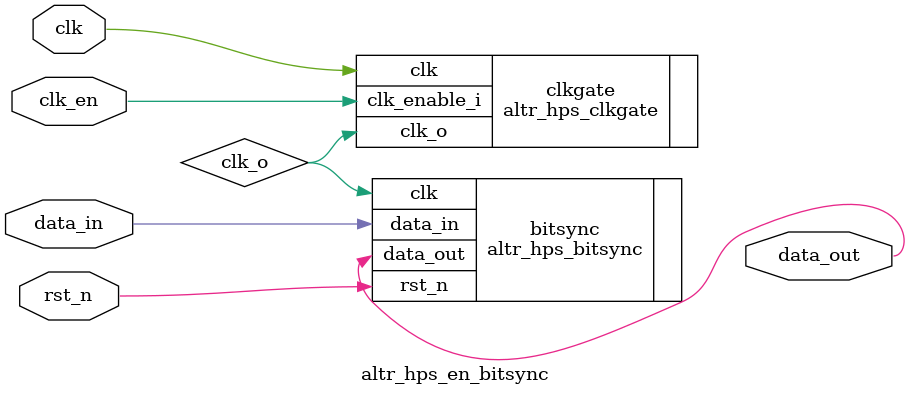
<source format=v>

module altr_hps_en_bitsync
#(
     parameter DWIDTH = 1,    // Sync Data input
     parameter RESET_VAL = 0  // Reset value
   )
   (
     input               clk,         // clock
     input               rst_n,       // async reset
     input               clk_en,      // clock enable
     input  [DWIDTH-1:0] data_in,     // data in
     output [DWIDTH-1:0] data_out     // data out
   );

wire clk_o;

altr_hps_clkgate clkgate (
  .clk            (clk),
  .clk_enable_i   (clk_en),
  .clk_o          (clk_o)
);

altr_hps_bitsync #(
  .DWIDTH      (DWIDTH),
  .RESET_VAL   (RESET_VAL)
) bitsync (
  .clk         (clk_o),
  .rst_n       (rst_n),
  .data_in     (data_in),
  .data_out    (data_out)
);

endmodule

</source>
